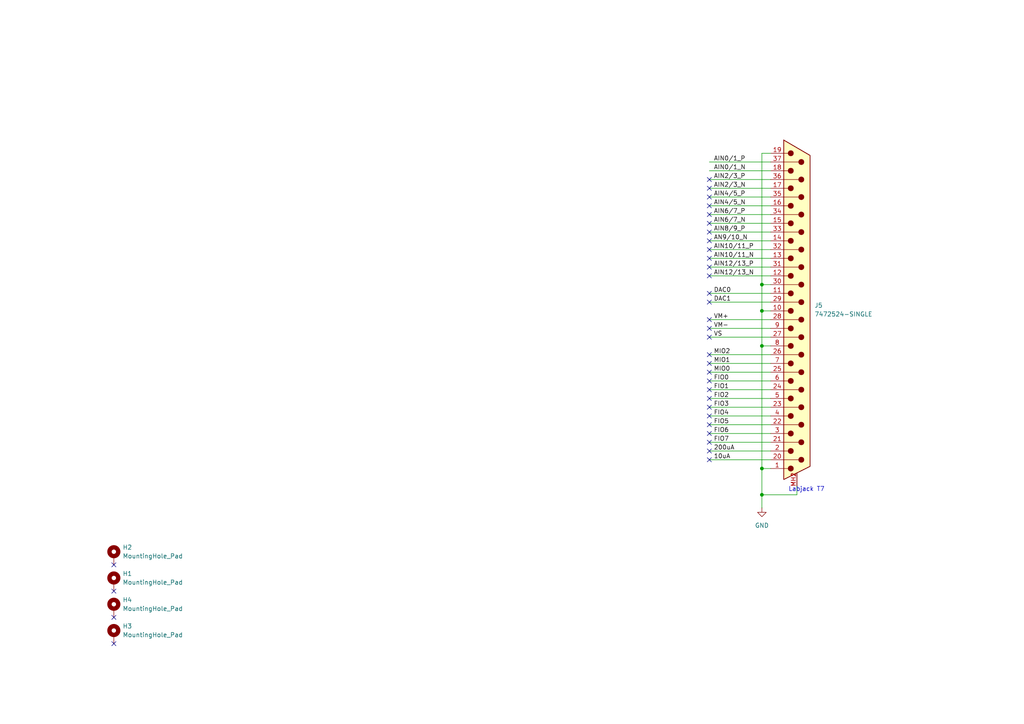
<source format=kicad_sch>
(kicad_sch (version 20231120) (generator "eeschema") (generator_version "8.0")
  (paper "A4")
  (lib_symbols
    (symbol "Mechanical:MountingHole_Pad" (pin_numbers hide) (pin_names (offset 1.016) hide) (exclude_from_sim yes) (in_bom no)
      (property "Reference" "H" (at 0 6.35 0))
      (property "Value" "MountingHole_Pad" (at 0 4.445 0))
      (symbol "MountingHole_Pad_0_1"
        (circle (center 0 1.27) (radius 1.27) (stroke (width 1.27)))
      )
      (symbol "MountingHole_Pad_1_1"
        (pin input line (at 0 -2.54 90) (length 2.54) (name "1") (number "1"))
      )
    )
    (symbol "impulse_drvbo:7472524-SINGLE" (pin_names (offset 1.016) hide)
      (property "Reference" "J" (at 0 52.705 0))
      (property "Value" "7472524-SINGLE" (at 0 50.8 0))
      (symbol "7472524-SINGLE_0_1"
        (circle (center -1.778 -45.72) (radius 0.762) (fill (type outline)))
        (circle (center -1.778 -40.64) (radius 0.762) (fill (type outline)))
        (circle (center -1.778 -35.56) (radius 0.762) (fill (type outline)))
        (circle (center -1.778 -30.48) (radius 0.762) (fill (type outline)))
        (circle (center -1.778 -25.4) (radius 0.762) (fill (type outline)))
        (circle (center -1.778 -20.32) (radius 0.762) (fill (type outline)))
        (circle (center -1.778 -15.24) (radius 0.762) (fill (type outline)))
        (circle (center -1.778 -10.16) (radius 0.762) (fill (type outline)))
        (circle (center -1.778 -5.08) (radius 0.762) (fill (type outline)))
        (circle (center -1.778 0) (radius 0.762) (fill (type outline)))
        (circle (center -1.778 5.08) (radius 0.762) (fill (type outline)))
        (circle (center -1.778 10.16) (radius 0.762) (fill (type outline)))
        (circle (center -1.778 15.24) (radius 0.762) (fill (type outline)))
        (circle (center -1.778 20.32) (radius 0.762) (fill (type outline)))
        (circle (center -1.778 25.4) (radius 0.762) (fill (type outline)))
        (circle (center -1.778 30.48) (radius 0.762) (fill (type outline)))
        (circle (center -1.778 35.56) (radius 0.762) (fill (type outline)))
        (circle (center -1.778 40.64) (radius 0.762) (fill (type outline)))
        (circle (center -1.778 45.72) (radius 0.762) (fill (type outline)))
        (polyline (pts (xy -3.81 -45.72) (xy -2.54 -45.72)))
        (polyline (pts (xy -3.81 -43.18) (xy 0.508 -43.18)))
        (polyline (pts (xy -3.81 -40.64) (xy -2.54 -40.64)))
        (polyline (pts (xy -3.81 -38.1) (xy 0.508 -38.1)))
        (polyline (pts (xy -3.81 -35.56) (xy -2.54 -35.56)))
        (polyline (pts (xy -3.81 -33.02) (xy 0.508 -33.02)))
        (polyline (pts (xy -3.81 -30.48) (xy -2.54 -30.48)))
        (polyline (pts (xy -3.81 -27.94) (xy 0.508 -27.94)))
        (polyline (pts (xy -3.81 -25.4) (xy -2.54 -25.4)))
        (polyline (pts (xy -3.81 -22.86) (xy 0.508 -22.86)))
        (polyline (pts (xy -3.81 -20.32) (xy -2.54 -20.32)))
        (polyline (pts (xy -3.81 -17.78) (xy 0.508 -17.78)))
        (polyline (pts (xy -3.81 -15.24) (xy -2.54 -15.24)))
        (polyline (pts (xy -3.81 -12.7) (xy 0.508 -12.7)))
        (polyline (pts (xy -3.81 -10.16) (xy -2.54 -10.16)))
        (polyline (pts (xy -3.81 -7.62) (xy 0.508 -7.62)))
        (polyline (pts (xy -3.81 -5.08) (xy -2.54 -5.08)))
        (polyline (pts (xy -3.81 -2.54) (xy 0.508 -2.54)))
        (polyline (pts (xy -3.81 0) (xy -2.54 0)))
        (polyline (pts (xy -3.81 2.54) (xy 0.508 2.54)))
        (polyline (pts (xy -3.81 5.08) (xy -2.54 5.08)))
        (polyline (pts (xy -3.81 7.62) (xy 0.508 7.62)))
        (polyline (pts (xy -3.81 10.16) (xy -2.54 10.16)))
        (polyline (pts (xy -3.81 12.7) (xy 0.508 12.7)))
        (polyline (pts (xy -3.81 15.24) (xy -2.54 15.24)))
        (polyline (pts (xy -3.81 17.78) (xy 0.508 17.78)))
        (polyline (pts (xy -3.81 20.32) (xy -2.54 20.32)))
        (polyline (pts (xy -3.81 22.86) (xy 0.508 22.86)))
        (polyline (pts (xy -3.81 25.4) (xy -2.54 25.4)))
        (polyline (pts (xy -3.81 27.94) (xy 0.508 27.94)))
        (polyline (pts (xy -3.81 30.48) (xy -2.54 30.48)))
        (polyline (pts (xy -3.81 33.02) (xy 0.508 33.02)))
        (polyline (pts (xy -3.81 35.56) (xy -2.54 35.56)))
        (polyline (pts (xy -3.81 38.1) (xy 0.508 38.1)))
        (polyline (pts (xy -3.81 40.64) (xy -2.54 40.64)))
        (polyline (pts (xy -3.81 43.18) (xy 0.508 43.18)))
        (polyline (pts (xy -3.81 45.72) (xy -2.54 45.72)))
        (polyline (pts (xy -3.81 49.53) (xy 3.81 45.085) (xy 3.81 -45.085) (xy -3.81 -48.895) (xy -3.81 49.53)) (stroke (width 0.254)) (fill (type background)))
        (circle (center 1.27 -43.18) (radius 0.762) (fill (type outline)))
        (circle (center 1.27 -38.1) (radius 0.762) (fill (type outline)))
        (circle (center 1.27 -33.02) (radius 0.762) (fill (type outline)))
        (circle (center 1.27 -27.94) (radius 0.762) (fill (type outline)))
        (circle (center 1.27 -22.86) (radius 0.762) (fill (type outline)))
        (circle (center 1.27 -17.78) (radius 0.762) (fill (type outline)))
        (circle (center 1.27 -12.7) (radius 0.762) (fill (type outline)))
        (circle (center 1.27 -7.62) (radius 0.762) (fill (type outline)))
        (circle (center 1.27 -2.54) (radius 0.762) (fill (type outline)))
        (circle (center 1.27 2.54) (radius 0.762) (fill (type outline)))
        (circle (center 1.27 7.62) (radius 0.762) (fill (type outline)))
        (circle (center 1.27 12.7) (radius 0.762) (fill (type outline)))
        (circle (center 1.27 17.78) (radius 0.762) (fill (type outline)))
        (circle (center 1.27 22.86) (radius 0.762) (fill (type outline)))
        (circle (center 1.27 27.94) (radius 0.762) (fill (type outline)))
        (circle (center 1.27 33.02) (radius 0.762) (fill (type outline)))
        (circle (center 1.27 38.1) (radius 0.762) (fill (type outline)))
        (circle (center 1.27 43.18) (radius 0.762) (fill (type outline)))
      )
      (symbol "7472524-SINGLE_1_1"
        (pin passive line (at -7.62 -45.72 0) (length 3.81) (name "1") (number "1"))
        (pin passive line (at -7.62 0 0) (length 3.81) (name "10") (number "10"))
        (pin passive line (at -7.62 5.08 0) (length 3.81) (name "11") (number "11"))
        (pin passive line (at -7.62 10.16 0) (length 3.81) (name "12") (number "12"))
        (pin passive line (at -7.62 15.24 0) (length 3.81) (name "13") (number "13"))
        (pin passive line (at -7.62 20.32 0) (length 3.81) (name "14") (number "14"))
        (pin passive line (at -7.62 25.4 0) (length 3.81) (name "15") (number "15"))
        (pin passive line (at -7.62 30.48 0) (length 3.81) (name "16") (number "16"))
        (pin passive line (at -7.62 35.56 0) (length 3.81) (name "17") (number "17"))
        (pin passive line (at -7.62 40.64 0) (length 3.81) (name "18") (number "18"))
        (pin passive line (at -7.62 45.72 0) (length 3.81) (name "19") (number "19"))
        (pin passive line (at -7.62 -40.64 0) (length 3.81) (name "2") (number "2"))
        (pin passive line (at -7.62 -43.18 0) (length 3.81) (name "20") (number "20"))
        (pin passive line (at -7.62 -38.1 0) (length 3.81) (name "21") (number "21"))
        (pin passive line (at -7.62 -33.02 0) (length 3.81) (name "22") (number "22"))
        (pin passive line (at -7.62 -27.94 0) (length 3.81) (name "23") (number "23"))
        (pin passive line (at -7.62 -22.86 0) (length 3.81) (name "24") (number "24"))
        (pin passive line (at -7.62 -17.78 0) (length 3.81) (name "25") (number "25"))
        (pin passive line (at -7.62 -12.7 0) (length 3.81) (name "26") (number "26"))
        (pin passive line (at -7.62 -7.62 0) (length 3.81) (name "27") (number "27"))
        (pin passive line (at -7.62 -2.54 0) (length 3.81) (name "28") (number "28"))
        (pin passive line (at -7.62 2.54 0) (length 3.81) (name "29") (number "29"))
        (pin passive line (at -7.62 -35.56 0) (length 3.81) (name "3") (number "3"))
        (pin passive line (at -7.62 7.62 0) (length 3.81) (name "30") (number "30"))
        (pin passive line (at -7.62 12.7 0) (length 3.81) (name "31") (number "31"))
        (pin passive line (at -7.62 17.78 0) (length 3.81) (name "32") (number "32"))
        (pin passive line (at -7.62 22.86 0) (length 3.81) (name "33") (number "33"))
        (pin passive line (at -7.62 27.94 0) (length 3.81) (name "34") (number "34"))
        (pin passive line (at -7.62 33.02 0) (length 3.81) (name "35") (number "35"))
        (pin passive line (at -7.62 38.1 0) (length 3.81) (name "36") (number "36"))
        (pin passive line (at -7.62 43.18 0) (length 3.81) (name "37") (number "37"))
        (pin passive line (at -7.62 -30.48 0) (length 3.81) (name "4") (number "4"))
        (pin passive line (at -7.62 -25.4 0) (length 3.81) (name "5") (number "5"))
        (pin passive line (at -7.62 -20.32 0) (length 3.81) (name "6") (number "6"))
        (pin passive line (at -7.62 -15.24 0) (length 3.81) (name "7") (number "7"))
        (pin passive line (at -7.62 -10.16 0) (length 3.81) (name "8") (number "8"))
        (pin passive line (at -7.62 -5.08 0) (length 3.81) (name "9") (number "9"))
        (pin passive line (at 0 -50.8 90) (length 3.81) (name "PAD") (number "MH1"))
        (pin passive line (at 0 -50.8 90) (length 3.81) (name "PAD") (number "MH2"))
      )
    )
    (symbol "power:GND" (power) (pin_numbers hide) (pin_names (offset 0) hide)
      (property "Value" "GND" (at 0 -3.81 0))
      (symbol "GND_0_1"
        (polyline (pts (xy 0 0) (xy 0 -1.27) (xy 1.27 -1.27) (xy 0 -2.54) (xy -1.27 -1.27) (xy 0 -1.27)))
      )
      (symbol "GND_1_1"
        (pin power_in line (at 0 0 270) (length 0) (name "~") (number "1"))
      )
    )
  )
  (junction (at 220.98 82.55))
  (junction (at 220.98 90.17))
  (junction (at 220.98 143.51))
  (junction (at 220.98 100.33))
  (junction (at 220.98 135.89))
  (no_connect (at 205.74 105.41))
  (no_connect (at 205.74 97.79))
  (no_connect (at 205.74 54.61))
  (no_connect (at 205.74 128.27))
  (no_connect (at 205.74 80.01))
  (no_connect (at 205.74 67.31))
  (no_connect (at 205.74 59.69))
  (no_connect (at 205.74 64.77))
  (no_connect (at 205.74 115.57))
  (no_connect (at 205.74 85.09))
  (no_connect (at 205.74 113.03))
  (no_connect (at 205.74 133.35))
  (no_connect (at 205.74 87.63))
  (no_connect (at 205.74 77.47))
  (no_connect (at 205.74 57.15))
  (no_connect (at 205.74 125.73))
  (no_connect (at 205.74 120.65))
  (no_connect (at 205.74 123.19))
  (no_connect (at 205.74 118.11))
  (no_connect (at 205.74 62.23))
  (no_connect (at 205.74 72.39))
  (no_connect (at 33.02 186.69))
  (no_connect (at 205.74 52.07))
  (no_connect (at 205.74 92.71))
  (no_connect (at 205.74 110.49))
  (no_connect (at 33.02 163.83))
  (no_connect (at 33.02 171.45))
  (no_connect (at 205.74 95.25))
  (no_connect (at 205.74 107.95))
  (no_connect (at 205.74 69.85))
  (no_connect (at 205.74 74.93))
  (no_connect (at 205.74 102.87))
  (no_connect (at 205.74 130.81))
  (no_connect (at 33.02 179.07))
  (wire (pts (xy 220.98 90.17) (xy 220.98 100.33)))
  (wire (pts (xy 205.74 110.49) (xy 223.52 110.49)))
  (wire (pts (xy 205.74 46.99) (xy 223.52 46.99)))
  (wire (pts (xy 223.52 100.33) (xy 220.98 100.33)))
  (wire (pts (xy 231.14 140.97) (xy 231.14 143.51)))
  (wire (pts (xy 205.74 77.47) (xy 223.52 77.47)))
  (wire (pts (xy 205.74 123.19) (xy 223.52 123.19)))
  (wire (pts (xy 205.74 130.81) (xy 223.52 130.81)))
  (wire (pts (xy 205.74 92.71) (xy 223.52 92.71)))
  (wire (pts (xy 220.98 135.89) (xy 220.98 143.51)))
  (wire (pts (xy 223.52 135.89) (xy 220.98 135.89)))
  (wire (pts (xy 205.74 95.25) (xy 223.52 95.25)))
  (wire (pts (xy 205.74 128.27) (xy 223.52 128.27)))
  (wire (pts (xy 223.52 90.17) (xy 220.98 90.17)))
  (wire (pts (xy 205.74 69.85) (xy 223.52 69.85)))
  (wire (pts (xy 205.74 120.65) (xy 223.52 120.65)))
  (wire (pts (xy 205.74 113.03) (xy 223.52 113.03)))
  (wire (pts (xy 205.74 57.15) (xy 223.52 57.15)))
  (wire (pts (xy 205.74 49.53) (xy 223.52 49.53)))
  (wire (pts (xy 205.74 52.07) (xy 223.52 52.07)))
  (wire (pts (xy 220.98 143.51) (xy 220.98 147.32)))
  (wire (pts (xy 205.74 115.57) (xy 223.52 115.57)))
  (wire (pts (xy 205.74 133.35) (xy 223.52 133.35)))
  (wire (pts (xy 205.74 54.61) (xy 223.52 54.61)))
  (wire (pts (xy 205.74 97.79) (xy 223.52 97.79)))
  (wire (pts (xy 205.74 74.93) (xy 223.52 74.93)))
  (wire (pts (xy 223.52 82.55) (xy 220.98 82.55)))
  (wire (pts (xy 205.74 67.31) (xy 223.52 67.31)))
  (wire (pts (xy 231.14 143.51) (xy 220.98 143.51)))
  (wire (pts (xy 205.74 102.87) (xy 223.52 102.87)))
  (wire (pts (xy 205.74 107.95) (xy 223.52 107.95)))
  (wire (pts (xy 205.74 105.41) (xy 223.52 105.41)))
  (wire (pts (xy 205.74 62.23) (xy 223.52 62.23)))
  (wire (pts (xy 220.98 100.33) (xy 220.98 135.89)))
  (wire (pts (xy 205.74 80.01) (xy 223.52 80.01)))
  (wire (pts (xy 205.74 64.77) (xy 223.52 64.77)))
  (wire (pts (xy 205.74 85.09) (xy 223.52 85.09)))
  (wire (pts (xy 205.74 87.63) (xy 223.52 87.63)))
  (wire (pts (xy 205.74 72.39) (xy 223.52 72.39)))
  (wire (pts (xy 205.74 118.11) (xy 223.52 118.11)))
  (wire (pts (xy 220.98 82.55) (xy 220.98 90.17)))
  (wire (pts (xy 223.52 44.45) (xy 220.98 44.45)))
  (wire (pts (xy 220.98 44.45) (xy 220.98 82.55)))
  (wire (pts (xy 205.74 59.69) (xy 223.52 59.69)))
  (wire (pts (xy 205.74 125.73) (xy 223.52 125.73)))
  (text "Labjack T7" (at 233.934 141.986 0) (effects (font (size 1.27 1.27))))
  (label "FIO6" (at 207.01 125.73 0))
  (label "FIO3" (at 207.01 118.11 0))
  (label "200uA" (at 207.01 130.81 0))
  (label "VS" (at 207.01 97.79 0))
  (label "AIN10{slash}11_N" (at 207.01 74.93 0))
  (label "AIN0{slash}1_P" (at 207.01 46.99 0))
  (label "DAC1" (at 207.01 87.63 0))
  (label "FIO7" (at 207.01 128.27 0))
  (label "VM+" (at 207.01 92.71 0))
  (label "MIO0" (at 207.01 107.95 0))
  (label "AIN8{slash}9_P" (at 207.01 67.31 0))
  (label "FIO1" (at 207.01 113.03 0))
  (label "FIO2" (at 207.01 115.57 0))
  (label "AIN6{slash}7_N" (at 207.01 64.77 0))
  (label "AIN4{slash}5_P" (at 207.01 57.15 0))
  (label "AIN2{slash}3_P" (at 207.01 52.07 0))
  (label "AIN6{slash}7_P" (at 207.01 62.23 0))
  (label "AIN0{slash}1_N" (at 207.01 49.53 0))
  (label "FIO4" (at 207.01 120.65 0))
  (label "VM-" (at 207.01 95.25 0))
  (label "AIN2{slash}3_N" (at 207.01 54.61 0))
  (label "AIN12{slash}13_P" (at 207.01 77.47 0))
  (label "AIN10{slash}11_P" (at 207.01 72.39 0))
  (label "FIO0" (at 207.01 110.49 0))
  (label "FIO5" (at 207.01 123.19 0))
  (label "AIN4{slash}5_N" (at 207.01 59.69 0))
  (label "MIO2" (at 207.01 102.87 0))
  (label "10uA" (at 207.01 133.35 0))
  (label "AIN12{slash}13_N" (at 207.01 80.01 0))
  (label "DAC0" (at 207.01 85.09 0))
  (label "MIO1" (at 207.01 105.41 0))
  (label "AN9{slash}10_N" (at 207.01 69.85 0))
  (symbol (lib_id "Mechanical:MountingHole_Pad") (at 33.02 184.15 0) (unit 1) (exclude_from_sim yes) (in_bom no)
    (property "Reference" "H3" (at 35.56 181.6099 0) (effects (justify left)))
    (property "Value" "MountingHole_Pad" (at 35.56 184.1499 0) (effects (justify left)))
    (property "Footprint" "MountingHole:MountingHole_3.2mm_M3_Pad" (effects (hide yes)))
    (property "Description" "Mounting Hole with connection" (effects (hide yes)))
  )
  (symbol (lib_id "power:GND") (at 220.98 147.32 0) (unit 1)
    (property "Reference" "#PWR05" (effects (hide yes)))
    (property "Value" "GND" (at 220.98 152.4 0))
    (property "Description" "Power symbol creates a global label with name \"GND\" , ground" (effects (hide yes)))
  )
  (symbol (lib_id "Mechanical:MountingHole_Pad") (at 33.02 161.29 0) (unit 1) (exclude_from_sim yes) (in_bom no)
    (property "Reference" "H2" (at 35.56 158.7499 0) (effects (justify left)))
    (property "Value" "MountingHole_Pad" (at 35.56 161.2899 0) (effects (justify left)))
    (property "Footprint" "MountingHole:MountingHole_3.2mm_M3_Pad" (effects (hide yes)))
    (property "Description" "Mounting Hole with connection" (effects (hide yes)))
  )
  (symbol (lib_id "Mechanical:MountingHole_Pad") (at 33.02 176.53 0) (unit 1) (exclude_from_sim yes) (in_bom no)
    (property "Reference" "H4" (at 35.56 173.9899 0) (effects (justify left)))
    (property "Value" "MountingHole_Pad" (at 35.56 176.5299 0) (effects (justify left)))
    (property "Footprint" "MountingHole:MountingHole_3.2mm_M3_Pad" (effects (hide yes)))
    (property "Description" "Mounting Hole with connection" (effects (hide yes)))
  )
  (symbol (lib_id "impulse_drvbo:7472524-SINGLE") (at 231.14 90.17 0) (unit 1)
    (property "Reference" "J5" (at 236.22 88.5824 0) (effects (justify left)))
    (property "Value" "7472524-SINGLE" (at 236.22 91.1224 0) (effects (justify left)))
    (property "Footprint" "impulse_drvbo:7472524" (effects (hide yes)))
    (property "Description" "37-pin male plug pin D-SUB connector, Mounting Hole" (effects (hide yes)))
  )
  (symbol (lib_id "Mechanical:MountingHole_Pad") (at 33.02 168.91 0) (unit 1) (exclude_from_sim yes) (in_bom no)
    (property "Reference" "H1" (at 35.56 166.3699 0) (effects (justify left)))
    (property "Value" "MountingHole_Pad" (at 35.56 168.9099 0) (effects (justify left)))
    (property "Footprint" "MountingHole:MountingHole_3.2mm_M3_Pad" (effects (hide yes)))
    (property "Description" "Mounting Hole with connection" (effects (hide yes)))
  )
)
</source>
